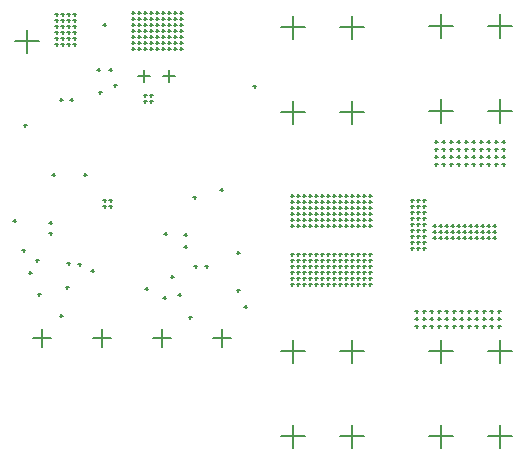
<source format=gbr>
G04 Layer_Color=128*
%FSLAX25Y25*%
%MOIN*%
%TF.FileFunction,Drillmap*%
%TF.Part,Single*%
G01*
G75*
%ADD67C,0.00500*%
D67*
X408032Y336000D02*
X411969D01*
X410000Y334032D02*
Y337968D01*
X399532Y336000D02*
X403469D01*
X401500Y334032D02*
Y337968D01*
X358563Y347500D02*
X366437D01*
X362500Y343563D02*
Y351437D01*
X364500Y248500D02*
X370500D01*
X367500Y245500D02*
Y251500D01*
X384500Y248500D02*
X390500D01*
X387500Y245500D02*
Y251500D01*
X404500Y248500D02*
X410500D01*
X407500Y245500D02*
Y251500D01*
X424500Y248500D02*
X430500D01*
X427500Y245500D02*
Y251500D01*
X496721Y244173D02*
X504595D01*
X500658Y240236D02*
Y248110D01*
X516405Y244173D02*
X524279D01*
X520342Y240236D02*
Y248110D01*
X516405Y215827D02*
X524279D01*
X520342Y211890D02*
Y219764D01*
X496721Y215827D02*
X504595D01*
X500658Y211890D02*
Y219764D01*
X447221Y244173D02*
X455094D01*
X451158Y240236D02*
Y248110D01*
X466905Y244173D02*
X474780D01*
X470843Y240236D02*
Y248110D01*
X466905Y215827D02*
X474780D01*
X470843Y211890D02*
Y219764D01*
X447221Y215827D02*
X455094D01*
X451158Y211890D02*
Y219764D01*
X447221Y352173D02*
X455094D01*
X451158Y348236D02*
Y356110D01*
X466905Y352173D02*
X474780D01*
X470843Y348236D02*
Y356110D01*
X466905Y323827D02*
X474780D01*
X470843Y319890D02*
Y327764D01*
X447221Y323827D02*
X455094D01*
X451158Y319890D02*
Y327764D01*
X496721Y352673D02*
X504595D01*
X500658Y348736D02*
Y356610D01*
X516405Y352673D02*
X524279D01*
X520342Y348736D02*
Y356610D01*
X516405Y324327D02*
X524279D01*
X520342Y320390D02*
Y328264D01*
X496721Y324327D02*
X504595D01*
X500658Y320390D02*
Y328264D01*
X435000Y259000D02*
X436000D01*
X435500Y258500D02*
Y259500D01*
X388000Y353000D02*
X389000D01*
X388500Y352500D02*
Y353500D01*
X386500Y330500D02*
X387500D01*
X387000Y330000D02*
Y331000D01*
X438000Y332500D02*
X439000D01*
X438500Y332000D02*
Y333000D01*
X381500Y303000D02*
X382500D01*
X382000Y302500D02*
Y303500D01*
X371000Y303000D02*
X372000D01*
X371500Y302500D02*
Y303500D01*
X361500Y319500D02*
X362500D01*
X362000Y319000D02*
Y320000D01*
X363087Y270413D02*
X364087D01*
X363587Y269913D02*
Y270913D01*
X358000Y287750D02*
X359000D01*
X358500Y287250D02*
Y288250D01*
X373500Y256000D02*
X374500D01*
X374000Y255500D02*
Y256500D01*
X366240Y263260D02*
X367240D01*
X366740Y262760D02*
Y263760D01*
X361032Y277969D02*
X362032D01*
X361531Y277468D02*
Y278468D01*
X384000Y271000D02*
X385000D01*
X384500Y270500D02*
Y271500D01*
X408000Y262000D02*
X409000D01*
X408500Y261500D02*
Y262500D01*
X375488Y265488D02*
X376488D01*
X375988Y264988D02*
Y265988D01*
X370000Y287000D02*
X371000D01*
X370500Y286500D02*
Y287500D01*
X379740Y273240D02*
X380740D01*
X380240Y272740D02*
Y273740D01*
X365500Y274500D02*
X366500D01*
X366000Y274000D02*
Y275000D01*
X376000Y273500D02*
X377000D01*
X376500Y273000D02*
Y274000D01*
X403500Y345000D02*
X404500D01*
X404000Y344500D02*
Y345500D01*
X401500Y345000D02*
X402500D01*
X402000Y344500D02*
Y345500D01*
X399500Y345000D02*
X400500D01*
X400000Y344500D02*
Y345500D01*
X397500Y345000D02*
X398500D01*
X398000Y344500D02*
Y345500D01*
X397500Y347000D02*
X398500D01*
X398000Y346500D02*
Y347500D01*
X399500Y347000D02*
X400500D01*
X400000Y346500D02*
Y347500D01*
X401500Y347000D02*
X402500D01*
X402000Y346500D02*
Y347500D01*
X403500Y347000D02*
X404500D01*
X404000Y346500D02*
Y347500D01*
X403500Y349000D02*
X404500D01*
X404000Y348500D02*
Y349500D01*
X401500Y349000D02*
X402500D01*
X402000Y348500D02*
Y349500D01*
X399500Y349000D02*
X400500D01*
X400000Y348500D02*
Y349500D01*
X397500Y349000D02*
X398500D01*
X398000Y348500D02*
Y349500D01*
X397500Y351000D02*
X398500D01*
X398000Y350500D02*
Y351500D01*
X399500Y351000D02*
X400500D01*
X400000Y350500D02*
Y351500D01*
X401500Y351000D02*
X402500D01*
X402000Y350500D02*
Y351500D01*
X403500Y351000D02*
X404500D01*
X404000Y350500D02*
Y351500D01*
X403500Y353000D02*
X404500D01*
X404000Y352500D02*
Y353500D01*
X401500Y353000D02*
X402500D01*
X402000Y352500D02*
Y353500D01*
X399500Y353000D02*
X400500D01*
X400000Y352500D02*
Y353500D01*
X397500Y353000D02*
X398500D01*
X398000Y352500D02*
Y353500D01*
X370000Y283500D02*
X371000D01*
X370500Y283000D02*
Y284000D01*
X390000Y338000D02*
X391000D01*
X390500Y337500D02*
Y338500D01*
X386000Y338000D02*
X387000D01*
X386500Y337500D02*
Y338500D01*
X373500Y328000D02*
X374500D01*
X374000Y327500D02*
Y328500D01*
X377000Y328000D02*
X378000D01*
X377500Y327500D02*
Y328500D01*
X372000Y346500D02*
X373000D01*
X372500Y346000D02*
Y347000D01*
X374000Y346500D02*
X375000D01*
X374500Y346000D02*
Y347000D01*
X376000Y346500D02*
X377000D01*
X376500Y346000D02*
Y347000D01*
X378000Y346500D02*
X379000D01*
X378500Y346000D02*
Y347000D01*
X378000Y348500D02*
X379000D01*
X378500Y348000D02*
Y349000D01*
X376000Y348500D02*
X377000D01*
X376500Y348000D02*
Y349000D01*
X374000Y348500D02*
X375000D01*
X374500Y348000D02*
Y349000D01*
X372000Y348500D02*
X373000D01*
X372500Y348000D02*
Y349000D01*
X372000Y350500D02*
X373000D01*
X372500Y350000D02*
Y351000D01*
X372000Y352500D02*
X373000D01*
X372500Y352000D02*
Y353000D01*
X374000Y350500D02*
X375000D01*
X374500Y350000D02*
Y351000D01*
X376000Y350500D02*
X377000D01*
X376500Y350000D02*
Y351000D01*
X378000Y350500D02*
X379000D01*
X378500Y350000D02*
Y351000D01*
X378000Y352500D02*
X379000D01*
X378500Y352000D02*
Y353000D01*
X376000Y352500D02*
X377000D01*
X376500Y352000D02*
Y353000D01*
X374000Y352500D02*
X375000D01*
X374500Y352000D02*
Y353000D01*
X372000Y354500D02*
X373000D01*
X372500Y354000D02*
Y355000D01*
X372000Y356500D02*
X373000D01*
X372500Y356000D02*
Y357000D01*
X374000Y354500D02*
X375000D01*
X374500Y354000D02*
Y355000D01*
X376000Y354500D02*
X377000D01*
X376500Y354000D02*
Y355000D01*
X374000Y356500D02*
X375000D01*
X374500Y356000D02*
Y357000D01*
X376000Y356500D02*
X377000D01*
X376500Y356000D02*
Y357000D01*
X378000Y356500D02*
X379000D01*
X378500Y356000D02*
Y357000D01*
X378000Y354500D02*
X379000D01*
X378500Y354000D02*
Y355000D01*
X413500Y345000D02*
X414500D01*
X414000Y344500D02*
Y345500D01*
X413500Y347000D02*
X414500D01*
X414000Y346500D02*
Y347500D01*
X413500Y349000D02*
X414500D01*
X414000Y348500D02*
Y349500D01*
X413500Y351000D02*
X414500D01*
X414000Y350500D02*
Y351500D01*
X413500Y353000D02*
X414500D01*
X414000Y352500D02*
Y353500D01*
X413500Y355000D02*
X414500D01*
X414000Y354500D02*
Y355500D01*
X413500Y357000D02*
X414500D01*
X414000Y356500D02*
Y357500D01*
X411500Y357000D02*
X412500D01*
X412000Y356500D02*
Y357500D01*
X409500Y357000D02*
X410500D01*
X410000Y356500D02*
Y357500D01*
X407500Y357000D02*
X408500D01*
X408000Y356500D02*
Y357500D01*
X405500Y357000D02*
X406500D01*
X406000Y356500D02*
Y357500D01*
X403500Y357000D02*
X404500D01*
X404000Y356500D02*
Y357500D01*
X401500Y357000D02*
X402500D01*
X402000Y356500D02*
Y357500D01*
X399500Y357000D02*
X400500D01*
X400000Y356500D02*
Y357500D01*
X397500Y357000D02*
X398500D01*
X398000Y356500D02*
Y357500D01*
X397500Y355000D02*
X398500D01*
X398000Y354500D02*
Y355500D01*
X399500Y355000D02*
X400500D01*
X400000Y354500D02*
Y355500D01*
X401500Y355000D02*
X402500D01*
X402000Y354500D02*
Y355500D01*
X403500Y355000D02*
X404500D01*
X404000Y354500D02*
Y355500D01*
X405500Y355000D02*
X406500D01*
X406000Y354500D02*
Y355500D01*
X407500Y355000D02*
X408500D01*
X408000Y354500D02*
Y355500D01*
X409500Y355000D02*
X410500D01*
X410000Y354500D02*
Y355500D01*
X411500Y355000D02*
X412500D01*
X412000Y354500D02*
Y355500D01*
X411500Y353000D02*
X412500D01*
X412000Y352500D02*
Y353500D01*
X409500Y353000D02*
X410500D01*
X410000Y352500D02*
Y353500D01*
X409500Y351000D02*
X410500D01*
X410000Y350500D02*
Y351500D01*
X411500Y351000D02*
X412500D01*
X412000Y350500D02*
Y351500D01*
X411500Y349000D02*
X412500D01*
X412000Y348500D02*
Y349500D01*
X409500Y349000D02*
X410500D01*
X410000Y348500D02*
Y349500D01*
X409500Y347000D02*
X410500D01*
X410000Y346500D02*
Y347500D01*
X411500Y347000D02*
X412500D01*
X412000Y346500D02*
Y347500D01*
X411500Y345000D02*
X412500D01*
X412000Y344500D02*
Y345500D01*
X409500Y345000D02*
X410500D01*
X410000Y344500D02*
Y345500D01*
X407500Y345000D02*
X408500D01*
X408000Y344500D02*
Y345500D01*
X405500Y345000D02*
X406500D01*
X406000Y344500D02*
Y345500D01*
X405500Y347000D02*
X406500D01*
X406000Y346500D02*
Y347500D01*
X407500Y347000D02*
X408500D01*
X408000Y346500D02*
Y347500D01*
X407500Y349000D02*
X408500D01*
X408000Y348500D02*
Y349500D01*
X405500Y349000D02*
X406500D01*
X406000Y348500D02*
Y349500D01*
X405500Y351000D02*
X406500D01*
X406000Y350500D02*
Y351500D01*
X407500Y351000D02*
X408500D01*
X408000Y350500D02*
Y351500D01*
X407500Y353000D02*
X408500D01*
X408000Y352500D02*
Y353500D01*
X405500Y353000D02*
X406500D01*
X406000Y352500D02*
Y353500D01*
X450500Y296000D02*
X451500D01*
X451000Y295500D02*
Y296500D01*
X452500Y296000D02*
X453500D01*
X453000Y295500D02*
Y296500D01*
X454500Y296000D02*
X455500D01*
X455000Y295500D02*
Y296500D01*
X456500Y296000D02*
X457500D01*
X457000Y295500D02*
Y296500D01*
X458500Y296000D02*
X459500D01*
X459000Y295500D02*
Y296500D01*
X460500Y296000D02*
X461500D01*
X461000Y295500D02*
Y296500D01*
X462500Y296000D02*
X463500D01*
X463000Y295500D02*
Y296500D01*
X464500Y296000D02*
X465500D01*
X465000Y295500D02*
Y296500D01*
X466500Y296000D02*
X467500D01*
X467000Y295500D02*
Y296500D01*
X468500Y296000D02*
X469500D01*
X469000Y295500D02*
Y296500D01*
X470500Y296000D02*
X471500D01*
X471000Y295500D02*
Y296500D01*
X472500Y296000D02*
X473500D01*
X473000Y295500D02*
Y296500D01*
X474500Y296000D02*
X475500D01*
X475000Y295500D02*
Y296500D01*
X476500Y296000D02*
X477500D01*
X477000Y295500D02*
Y296500D01*
X476500Y294000D02*
X477500D01*
X477000Y293500D02*
Y294500D01*
X474500Y294000D02*
X475500D01*
X475000Y293500D02*
Y294500D01*
X472500Y294000D02*
X473500D01*
X473000Y293500D02*
Y294500D01*
X470500Y294000D02*
X471500D01*
X471000Y293500D02*
Y294500D01*
X470500Y292000D02*
X471500D01*
X471000Y291500D02*
Y292500D01*
X472500Y292000D02*
X473500D01*
X473000Y291500D02*
Y292500D01*
X474500Y292000D02*
X475500D01*
X475000Y291500D02*
Y292500D01*
X476500Y292000D02*
X477500D01*
X477000Y291500D02*
Y292500D01*
X476500Y290000D02*
X477500D01*
X477000Y289500D02*
Y290500D01*
X474500Y290000D02*
X475500D01*
X475000Y289500D02*
Y290500D01*
X472500Y290000D02*
X473500D01*
X473000Y289500D02*
Y290500D01*
X470500Y290000D02*
X471500D01*
X471000Y289500D02*
Y290500D01*
X470500Y288000D02*
X471500D01*
X471000Y287500D02*
Y288500D01*
X472500Y288000D02*
X473500D01*
X473000Y287500D02*
Y288500D01*
X474500Y288000D02*
X475500D01*
X475000Y287500D02*
Y288500D01*
X476500Y288000D02*
X477500D01*
X477000Y287500D02*
Y288500D01*
X476500Y286000D02*
X477500D01*
X477000Y285500D02*
Y286500D01*
X474500Y286000D02*
X475500D01*
X475000Y285500D02*
Y286500D01*
X472500Y286000D02*
X473500D01*
X473000Y285500D02*
Y286500D01*
X470500Y286000D02*
X471500D01*
X471000Y285500D02*
Y286500D01*
X416500Y255500D02*
X417500D01*
X417000Y255000D02*
Y256000D01*
X410500Y269000D02*
X411500D01*
X411000Y268500D02*
Y269500D01*
X413000Y263000D02*
X414000D01*
X413500Y262500D02*
Y263500D01*
X408327Y283327D02*
X409327D01*
X408827Y282827D02*
Y283827D01*
X418260Y272500D02*
X419260D01*
X418760Y272000D02*
Y273000D01*
X415000Y279000D02*
X416000D01*
X415500Y278500D02*
Y279500D01*
X422000Y272500D02*
X423000D01*
X422500Y272000D02*
Y273000D01*
X503500Y314000D02*
X504500D01*
X504000Y313500D02*
Y314500D01*
X506000Y314000D02*
X507000D01*
X506500Y313500D02*
Y314500D01*
X508500Y314000D02*
X509500D01*
X509000Y313500D02*
Y314500D01*
X511000Y314000D02*
X512000D01*
X511500Y313500D02*
Y314500D01*
X513500Y314000D02*
X514500D01*
X514000Y313500D02*
Y314500D01*
X516000Y314000D02*
X517000D01*
X516500Y313500D02*
Y314500D01*
X503500Y311500D02*
X504500D01*
X504000Y311000D02*
Y312000D01*
X506000Y311500D02*
X507000D01*
X506500Y311000D02*
Y312000D01*
X508500Y311500D02*
X509500D01*
X509000Y311000D02*
Y312000D01*
X511000Y311500D02*
X512000D01*
X511500Y311000D02*
Y312000D01*
X513500Y311500D02*
X514500D01*
X514000Y311000D02*
Y312000D01*
X516000Y311500D02*
X517000D01*
X516500Y311000D02*
Y312000D01*
X516000Y309000D02*
X517000D01*
X516500Y308500D02*
Y309500D01*
X513500Y309000D02*
X514500D01*
X514000Y308500D02*
Y309500D01*
X511000Y309000D02*
X512000D01*
X511500Y308500D02*
Y309500D01*
X508500Y309000D02*
X509500D01*
X509000Y308500D02*
Y309500D01*
X506000Y309000D02*
X507000D01*
X506500Y308500D02*
Y309500D01*
X503500Y309000D02*
X504500D01*
X504000Y308500D02*
Y309500D01*
X501000Y314000D02*
X502000D01*
X501500Y313500D02*
Y314500D01*
X501000Y311500D02*
X502000D01*
X501500Y311000D02*
Y312000D01*
X501000Y309000D02*
X502000D01*
X501500Y308500D02*
Y309500D01*
X498500Y309000D02*
X499500D01*
X499000Y308500D02*
Y309500D01*
X498500Y311500D02*
X499500D01*
X499000Y311000D02*
Y312000D01*
X498500Y314000D02*
X499500D01*
X499000Y313500D02*
Y314500D01*
X518500Y314000D02*
X519500D01*
X519000Y313500D02*
Y314500D01*
X518500Y311500D02*
X519500D01*
X519000Y311000D02*
Y312000D01*
X518500Y309000D02*
X519500D01*
X519000Y308500D02*
Y309500D01*
X521000Y309000D02*
X522000D01*
X521500Y308500D02*
Y309500D01*
X521000Y311500D02*
X522000D01*
X521500Y311000D02*
Y312000D01*
X521000Y314000D02*
X522000D01*
X521500Y313500D02*
Y314500D01*
X521000Y306500D02*
X522000D01*
X521500Y306000D02*
Y307000D01*
X518500Y306500D02*
X519500D01*
X519000Y306000D02*
Y307000D01*
X516000Y306500D02*
X517000D01*
X516500Y306000D02*
Y307000D01*
X513500Y306500D02*
X514500D01*
X514000Y306000D02*
Y307000D01*
X511000Y306500D02*
X512000D01*
X511500Y306000D02*
Y307000D01*
X508500Y306500D02*
X509500D01*
X509000Y306000D02*
Y307000D01*
X506000Y306500D02*
X507000D01*
X506500Y306000D02*
Y307000D01*
X503500Y306500D02*
X504500D01*
X504000Y306000D02*
Y307000D01*
X501000Y306500D02*
X502000D01*
X501500Y306000D02*
Y307000D01*
X498500Y306500D02*
X499500D01*
X499000Y306000D02*
Y307000D01*
X519500Y252500D02*
X520500D01*
X520000Y252000D02*
Y253000D01*
X517000Y252500D02*
X518000D01*
X517500Y252000D02*
Y253000D01*
X514500Y252500D02*
X515500D01*
X515000Y252000D02*
Y253000D01*
X512000Y252500D02*
X513000D01*
X512500Y252000D02*
Y253000D01*
X509500Y252500D02*
X510500D01*
X510000Y252000D02*
Y253000D01*
X507000Y252500D02*
X508000D01*
X507500Y252000D02*
Y253000D01*
X504500Y252500D02*
X505500D01*
X505000Y252000D02*
Y253000D01*
X502000Y252500D02*
X503000D01*
X502500Y252000D02*
Y253000D01*
X499500Y252500D02*
X500500D01*
X500000Y252000D02*
Y253000D01*
X497000Y252500D02*
X498000D01*
X497500Y252000D02*
Y253000D01*
X494500Y252500D02*
X495500D01*
X495000Y252000D02*
Y253000D01*
X492000Y252500D02*
X493000D01*
X492500Y252000D02*
Y253000D01*
X492000Y255000D02*
X493000D01*
X492500Y254500D02*
Y255500D01*
X494500Y255000D02*
X495500D01*
X495000Y254500D02*
Y255500D01*
X497000Y255000D02*
X498000D01*
X497500Y254500D02*
Y255500D01*
X499500Y255000D02*
X500500D01*
X500000Y254500D02*
Y255500D01*
X502000Y255000D02*
X503000D01*
X502500Y254500D02*
Y255500D01*
X504500Y255000D02*
X505500D01*
X505000Y254500D02*
Y255500D01*
X507000Y255000D02*
X508000D01*
X507500Y254500D02*
Y255500D01*
X509500Y255000D02*
X510500D01*
X510000Y254500D02*
Y255500D01*
X512000Y255000D02*
X513000D01*
X512500Y254500D02*
Y255500D01*
X514500Y255000D02*
X515500D01*
X515000Y254500D02*
Y255500D01*
X517000Y255000D02*
X518000D01*
X517500Y254500D02*
Y255500D01*
X519500Y255000D02*
X520500D01*
X520000Y254500D02*
Y255500D01*
X519500Y257500D02*
X520500D01*
X520000Y257000D02*
Y258000D01*
X517000Y257500D02*
X518000D01*
X517500Y257000D02*
Y258000D01*
X514500Y257500D02*
X515500D01*
X515000Y257000D02*
Y258000D01*
X512000Y257500D02*
X513000D01*
X512500Y257000D02*
Y258000D01*
X509500Y257500D02*
X510500D01*
X510000Y257000D02*
Y258000D01*
X507000Y257500D02*
X508000D01*
X507500Y257000D02*
Y258000D01*
X504500Y257500D02*
X505500D01*
X505000Y257000D02*
Y258000D01*
X502000Y257500D02*
X503000D01*
X502500Y257000D02*
Y258000D01*
X499500Y257500D02*
X500500D01*
X500000Y257000D02*
Y258000D01*
X497000Y257500D02*
X498000D01*
X497500Y257000D02*
Y258000D01*
X494500Y257500D02*
X495500D01*
X495000Y257000D02*
Y258000D01*
X492000Y257500D02*
X493000D01*
X492500Y257000D02*
Y258000D01*
X450500Y276500D02*
X451500D01*
X451000Y276000D02*
Y277000D01*
X452500Y276500D02*
X453500D01*
X453000Y276000D02*
Y277000D01*
X454500Y276500D02*
X455500D01*
X455000Y276000D02*
Y277000D01*
X456500Y276500D02*
X457500D01*
X457000Y276000D02*
Y277000D01*
X458500Y276500D02*
X459500D01*
X459000Y276000D02*
Y277000D01*
X460500Y276500D02*
X461500D01*
X461000Y276000D02*
Y277000D01*
X462500Y276500D02*
X463500D01*
X463000Y276000D02*
Y277000D01*
X464500Y276500D02*
X465500D01*
X465000Y276000D02*
Y277000D01*
X466500Y276500D02*
X467500D01*
X467000Y276000D02*
Y277000D01*
X468500Y276500D02*
X469500D01*
X469000Y276000D02*
Y277000D01*
X450500Y274500D02*
X451500D01*
X451000Y274000D02*
Y275000D01*
X452500Y274500D02*
X453500D01*
X453000Y274000D02*
Y275000D01*
X454500Y274500D02*
X455500D01*
X455000Y274000D02*
Y275000D01*
X456500Y274500D02*
X457500D01*
X457000Y274000D02*
Y275000D01*
X458500Y274500D02*
X459500D01*
X459000Y274000D02*
Y275000D01*
X460500Y274500D02*
X461500D01*
X461000Y274000D02*
Y275000D01*
X462500Y274500D02*
X463500D01*
X463000Y274000D02*
Y275000D01*
X464500Y274500D02*
X465500D01*
X465000Y274000D02*
Y275000D01*
X466500Y274500D02*
X467500D01*
X467000Y274000D02*
Y275000D01*
X468500Y274500D02*
X469500D01*
X469000Y274000D02*
Y275000D01*
X468500Y272500D02*
X469500D01*
X469000Y272000D02*
Y273000D01*
X466500Y272500D02*
X467500D01*
X467000Y272000D02*
Y273000D01*
X464500Y272500D02*
X465500D01*
X465000Y272000D02*
Y273000D01*
X462500Y272500D02*
X463500D01*
X463000Y272000D02*
Y273000D01*
X460500Y272500D02*
X461500D01*
X461000Y272000D02*
Y273000D01*
X456500Y272500D02*
X457500D01*
X457000Y272000D02*
Y273000D01*
X454500Y272500D02*
X455500D01*
X455000Y272000D02*
Y273000D01*
X452500Y272500D02*
X453500D01*
X453000Y272000D02*
Y273000D01*
X450500Y272500D02*
X451500D01*
X451000Y272000D02*
Y273000D01*
X458500Y272500D02*
X459500D01*
X459000Y272000D02*
Y273000D01*
X450500Y270500D02*
X451500D01*
X451000Y270000D02*
Y271000D01*
X450500Y268500D02*
X451500D01*
X451000Y268000D02*
Y269000D01*
X450500Y266500D02*
X451500D01*
X451000Y266000D02*
Y267000D01*
X452500Y270500D02*
X453500D01*
X453000Y270000D02*
Y271000D01*
X452500Y268500D02*
X453500D01*
X453000Y268000D02*
Y269000D01*
X452500Y266500D02*
X453500D01*
X453000Y266000D02*
Y267000D01*
X454500Y266500D02*
X455500D01*
X455000Y266000D02*
Y267000D01*
X454500Y268500D02*
X455500D01*
X455000Y268000D02*
Y269000D01*
X454500Y270500D02*
X455500D01*
X455000Y270000D02*
Y271000D01*
X458500Y270500D02*
X459500D01*
X459000Y270000D02*
Y271000D01*
X460500Y270500D02*
X461500D01*
X461000Y270000D02*
Y271000D01*
X462500Y270500D02*
X463500D01*
X463000Y270000D02*
Y271000D01*
X464500Y270500D02*
X465500D01*
X465000Y270000D02*
Y271000D01*
X466500Y270500D02*
X467500D01*
X467000Y270000D02*
Y271000D01*
X468500Y270500D02*
X469500D01*
X469000Y270000D02*
Y271000D01*
X468500Y268500D02*
X469500D01*
X469000Y268000D02*
Y269000D01*
X466500Y268500D02*
X467500D01*
X467000Y268000D02*
Y269000D01*
X464500Y268500D02*
X465500D01*
X465000Y268000D02*
Y269000D01*
X456500Y270500D02*
X457500D01*
X457000Y270000D02*
Y271000D01*
X456500Y268500D02*
X457500D01*
X457000Y268000D02*
Y269000D01*
X458500Y268500D02*
X459500D01*
X459000Y268000D02*
Y269000D01*
X460500Y268500D02*
X461500D01*
X461000Y268000D02*
Y269000D01*
X456500Y266500D02*
X457500D01*
X457000Y266000D02*
Y267000D01*
X458500Y266500D02*
X459500D01*
X459000Y266000D02*
Y267000D01*
X460500Y266500D02*
X461500D01*
X461000Y266000D02*
Y267000D01*
X462500Y268500D02*
X463500D01*
X463000Y268000D02*
Y269000D01*
X462500Y266500D02*
X463500D01*
X463000Y266000D02*
Y267000D01*
X464500Y266500D02*
X465500D01*
X465000Y266000D02*
Y267000D01*
X466500Y266500D02*
X467500D01*
X467000Y266000D02*
Y267000D01*
X468500Y266500D02*
X469500D01*
X469000Y266000D02*
Y267000D01*
X470500Y276500D02*
X471500D01*
X471000Y276000D02*
Y277000D01*
X470500Y274500D02*
X471500D01*
X471000Y274000D02*
Y275000D01*
X470500Y272500D02*
X471500D01*
X471000Y272000D02*
Y273000D01*
X470500Y270500D02*
X471500D01*
X471000Y270000D02*
Y271000D01*
X470500Y268500D02*
X471500D01*
X471000Y268000D02*
Y269000D01*
X470500Y266500D02*
X471500D01*
X471000Y266000D02*
Y267000D01*
X472500Y276500D02*
X473500D01*
X473000Y276000D02*
Y277000D01*
X472500Y274500D02*
X473500D01*
X473000Y274000D02*
Y275000D01*
X472500Y272500D02*
X473500D01*
X473000Y272000D02*
Y273000D01*
X472500Y270500D02*
X473500D01*
X473000Y270000D02*
Y271000D01*
X472500Y268500D02*
X473500D01*
X473000Y268000D02*
Y269000D01*
X472500Y266500D02*
X473500D01*
X473000Y266000D02*
Y267000D01*
X474500Y276500D02*
X475500D01*
X475000Y276000D02*
Y277000D01*
X474500Y274500D02*
X475500D01*
X475000Y274000D02*
Y275000D01*
X474500Y272500D02*
X475500D01*
X475000Y272000D02*
Y273000D01*
X474500Y270500D02*
X475500D01*
X475000Y270000D02*
Y271000D01*
X474500Y268500D02*
X475500D01*
X475000Y268000D02*
Y269000D01*
X474500Y266500D02*
X475500D01*
X475000Y266000D02*
Y267000D01*
X450500Y286000D02*
X451500D01*
X451000Y285500D02*
Y286500D01*
X452500Y286000D02*
X453500D01*
X453000Y285500D02*
Y286500D01*
X454500Y286000D02*
X455500D01*
X455000Y285500D02*
Y286500D01*
X456500Y286000D02*
X457500D01*
X457000Y285500D02*
Y286500D01*
X458500Y286000D02*
X459500D01*
X459000Y285500D02*
Y286500D01*
X460500Y286000D02*
X461500D01*
X461000Y285500D02*
Y286500D01*
X462500Y286000D02*
X463500D01*
X463000Y285500D02*
Y286500D01*
X464500Y286000D02*
X465500D01*
X465000Y285500D02*
Y286500D01*
X466500Y286000D02*
X467500D01*
X467000Y285500D02*
Y286500D01*
X468500Y286000D02*
X469500D01*
X469000Y285500D02*
Y286500D01*
X468500Y288000D02*
X469500D01*
X469000Y287500D02*
Y288500D01*
X466500Y288000D02*
X467500D01*
X467000Y287500D02*
Y288500D01*
X464500Y288000D02*
X465500D01*
X465000Y287500D02*
Y288500D01*
X462500Y288000D02*
X463500D01*
X463000Y287500D02*
Y288500D01*
X460500Y288000D02*
X461500D01*
X461000Y287500D02*
Y288500D01*
X458500Y288000D02*
X459500D01*
X459000Y287500D02*
Y288500D01*
X456500Y288000D02*
X457500D01*
X457000Y287500D02*
Y288500D01*
X454500Y288000D02*
X455500D01*
X455000Y287500D02*
Y288500D01*
X452500Y288000D02*
X453500D01*
X453000Y287500D02*
Y288500D01*
X450500Y288000D02*
X451500D01*
X451000Y287500D02*
Y288500D01*
X450500Y290000D02*
X451500D01*
X451000Y289500D02*
Y290500D01*
X452500Y290000D02*
X453500D01*
X453000Y289500D02*
Y290500D01*
X454500Y290000D02*
X455500D01*
X455000Y289500D02*
Y290500D01*
X456500Y290000D02*
X457500D01*
X457000Y289500D02*
Y290500D01*
X458500Y290000D02*
X459500D01*
X459000Y289500D02*
Y290500D01*
X462500Y290000D02*
X463500D01*
X463000Y289500D02*
Y290500D01*
X464500Y290000D02*
X465500D01*
X465000Y289500D02*
Y290500D01*
X466500Y290000D02*
X467500D01*
X467000Y289500D02*
Y290500D01*
X468500Y290000D02*
X469500D01*
X469000Y289500D02*
Y290500D01*
X460500Y290000D02*
X461500D01*
X461000Y289500D02*
Y290500D01*
X476500Y276500D02*
X477500D01*
X477000Y276000D02*
Y277000D01*
X476500Y274500D02*
X477500D01*
X477000Y274000D02*
Y275000D01*
X476500Y272500D02*
X477500D01*
X477000Y272000D02*
Y273000D01*
X476500Y270500D02*
X477500D01*
X477000Y270000D02*
Y271000D01*
X476500Y268500D02*
X477500D01*
X477000Y268000D02*
Y269000D01*
X476500Y266500D02*
X477500D01*
X477000Y266000D02*
Y267000D01*
X450500Y292000D02*
X451500D01*
X451000Y291500D02*
Y292500D01*
X452500Y292000D02*
X453500D01*
X453000Y291500D02*
Y292500D01*
X454500Y292000D02*
X455500D01*
X455000Y291500D02*
Y292500D01*
X456500Y292000D02*
X457500D01*
X457000Y291500D02*
Y292500D01*
X458500Y292000D02*
X459500D01*
X459000Y291500D02*
Y292500D01*
X460500Y292000D02*
X461500D01*
X461000Y291500D02*
Y292500D01*
X462500Y292000D02*
X463500D01*
X463000Y291500D02*
Y292500D01*
X464500Y292000D02*
X465500D01*
X465000Y291500D02*
Y292500D01*
X466500Y292000D02*
X467500D01*
X467000Y291500D02*
Y292500D01*
X468500Y292000D02*
X469500D01*
X469000Y291500D02*
Y292500D01*
X468500Y294000D02*
X469500D01*
X469000Y293500D02*
Y294500D01*
X466500Y294000D02*
X467500D01*
X467000Y293500D02*
Y294500D01*
X464500Y294000D02*
X465500D01*
X465000Y293500D02*
Y294500D01*
X462500Y294000D02*
X463500D01*
X463000Y293500D02*
Y294500D01*
X460500Y294000D02*
X461500D01*
X461000Y293500D02*
Y294500D01*
X458500Y294000D02*
X459500D01*
X459000Y293500D02*
Y294500D01*
X456500Y294000D02*
X457500D01*
X457000Y293500D02*
Y294500D01*
X454500Y294000D02*
X455500D01*
X455000Y293500D02*
Y294500D01*
X452500Y294000D02*
X453500D01*
X453000Y293500D02*
Y294500D01*
X450500Y294000D02*
X451500D01*
X451000Y293500D02*
Y294500D01*
X391469Y332968D02*
X392469D01*
X391968Y332469D02*
Y333469D01*
X388000Y292500D02*
X389000D01*
X388500Y292000D02*
Y293000D01*
X390000Y294500D02*
X391000D01*
X390500Y294000D02*
Y295000D01*
X388000Y294500D02*
X389000D01*
X388500Y294000D02*
Y295000D01*
X390000Y292500D02*
X391000D01*
X390500Y292000D02*
Y293000D01*
X401500Y329500D02*
X402500D01*
X402000Y329000D02*
Y330000D01*
X427000Y298000D02*
X428000D01*
X427500Y297500D02*
Y298500D01*
X432500Y264500D02*
X433500D01*
X433000Y264000D02*
Y265000D01*
X432500Y277000D02*
X433500D01*
X433000Y276500D02*
Y277500D01*
X417969Y295532D02*
X418968D01*
X418469Y295031D02*
Y296031D01*
X415000Y283000D02*
X416000D01*
X415500Y282500D02*
Y283500D01*
X402000Y265000D02*
X403000D01*
X402500Y264500D02*
Y265500D01*
X401500Y327500D02*
X402500D01*
X402000Y327000D02*
Y328000D01*
X403500Y329500D02*
X404500D01*
X404000Y329000D02*
Y330000D01*
X403500Y327500D02*
X404500D01*
X404000Y327000D02*
Y328000D01*
X494500Y282500D02*
X495500D01*
X495000Y282000D02*
Y283000D01*
X494500Y284500D02*
X495500D01*
X495000Y284000D02*
Y285000D01*
X494500Y286500D02*
X495500D01*
X495000Y286000D02*
Y287000D01*
X492500Y286500D02*
X493500D01*
X493000Y286000D02*
Y287000D01*
X490500Y286500D02*
X491500D01*
X491000Y286000D02*
Y287000D01*
X492500Y284500D02*
X493500D01*
X493000Y284000D02*
Y285000D01*
X490500Y284500D02*
X491500D01*
X491000Y284000D02*
Y285000D01*
X492500Y282500D02*
X493500D01*
X493000Y282000D02*
Y283000D01*
X490500Y282500D02*
X491500D01*
X491000Y282000D02*
Y283000D01*
X494500Y288500D02*
X495500D01*
X495000Y288000D02*
Y289000D01*
X492500Y288500D02*
X493500D01*
X493000Y288000D02*
Y289000D01*
X490500Y288500D02*
X491500D01*
X491000Y288000D02*
Y289000D01*
X490500Y290500D02*
X491500D01*
X491000Y290000D02*
Y291000D01*
X492500Y290500D02*
X493500D01*
X493000Y290000D02*
Y291000D01*
X494500Y290500D02*
X495500D01*
X495000Y290000D02*
Y291000D01*
X494500Y292500D02*
X495500D01*
X495000Y292000D02*
Y293000D01*
X492500Y292500D02*
X493500D01*
X493000Y292000D02*
Y293000D01*
X490500Y292500D02*
X491500D01*
X491000Y292000D02*
Y293000D01*
X490500Y280500D02*
X491500D01*
X491000Y280000D02*
Y281000D01*
X490500Y278500D02*
X491500D01*
X491000Y278000D02*
Y279000D01*
X492500Y278500D02*
X493500D01*
X493000Y278000D02*
Y279000D01*
X494500Y280500D02*
X495500D01*
X495000Y280000D02*
Y281000D01*
X494500Y278500D02*
X495500D01*
X495000Y278000D02*
Y279000D01*
X492500Y280500D02*
X493500D01*
X493000Y280000D02*
Y281000D01*
X494500Y294500D02*
X495500D01*
X495000Y294000D02*
Y295000D01*
X492500Y294500D02*
X493500D01*
X493000Y294000D02*
Y295000D01*
X490500Y294500D02*
X491500D01*
X491000Y294000D02*
Y295000D01*
X498000Y286000D02*
X499000D01*
X498500Y285500D02*
Y286500D01*
X498000Y284000D02*
X499000D01*
X498500Y283500D02*
Y284500D01*
X498000Y282000D02*
X499000D01*
X498500Y281500D02*
Y282500D01*
X500000Y282000D02*
X501000D01*
X500500Y281500D02*
Y282500D01*
X500000Y284000D02*
X501000D01*
X500500Y283500D02*
Y284500D01*
X500000Y286000D02*
X501000D01*
X500500Y285500D02*
Y286500D01*
X502000Y286000D02*
X503000D01*
X502500Y285500D02*
Y286500D01*
X502000Y284000D02*
X503000D01*
X502500Y283500D02*
Y284500D01*
X502000Y282000D02*
X503000D01*
X502500Y281500D02*
Y282500D01*
X504000Y282000D02*
X505000D01*
X504500Y281500D02*
Y282500D01*
X504000Y284000D02*
X505000D01*
X504500Y283500D02*
Y284500D01*
X504000Y286000D02*
X505000D01*
X504500Y285500D02*
Y286500D01*
X506000Y286000D02*
X507000D01*
X506500Y285500D02*
Y286500D01*
X506000Y284000D02*
X507000D01*
X506500Y283500D02*
Y284500D01*
X506000Y282000D02*
X507000D01*
X506500Y281500D02*
Y282500D01*
X508000Y282000D02*
X509000D01*
X508500Y281500D02*
Y282500D01*
X508000Y284000D02*
X509000D01*
X508500Y283500D02*
Y284500D01*
X508000Y286000D02*
X509000D01*
X508500Y285500D02*
Y286500D01*
X510000Y286000D02*
X511000D01*
X510500Y285500D02*
Y286500D01*
X510000Y284000D02*
X511000D01*
X510500Y283500D02*
Y284500D01*
X510000Y282000D02*
X511000D01*
X510500Y281500D02*
Y282500D01*
X512000Y282000D02*
X513000D01*
X512500Y281500D02*
Y282500D01*
X512000Y284000D02*
X513000D01*
X512500Y283500D02*
Y284500D01*
X512000Y286000D02*
X513000D01*
X512500Y285500D02*
Y286500D01*
X514000Y286000D02*
X515000D01*
X514500Y285500D02*
Y286500D01*
X514000Y284000D02*
X515000D01*
X514500Y283500D02*
Y284500D01*
X514000Y282000D02*
X515000D01*
X514500Y281500D02*
Y282500D01*
X516000Y282000D02*
X517000D01*
X516500Y281500D02*
Y282500D01*
X516000Y284000D02*
X517000D01*
X516500Y283500D02*
Y284500D01*
X516000Y286000D02*
X517000D01*
X516500Y285500D02*
Y286500D01*
X518000Y286000D02*
X519000D01*
X518500Y285500D02*
Y286500D01*
X518000Y284000D02*
X519000D01*
X518500Y283500D02*
Y284500D01*
X518000Y282000D02*
X519000D01*
X518500Y281500D02*
Y282500D01*
%TF.MD5,DFFEBDBEBBF732585CCB28C08E4FB31B*%
M02*

</source>
